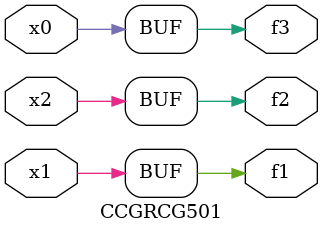
<source format=v>
module CCGRCG501(
	input x0, x1, x2,
	output f1, f2, f3
);
	assign f1 = x1;
	assign f2 = x2;
	assign f3 = x0;
endmodule

</source>
